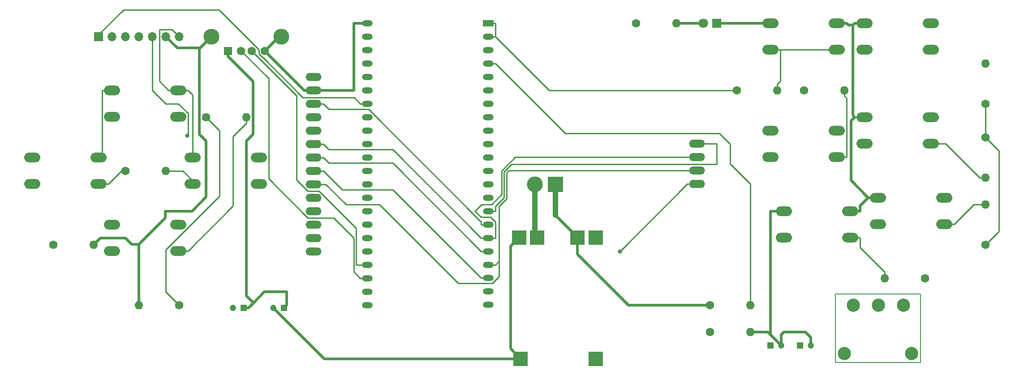
<source format=gbr>
%TF.GenerationSoftware,KiCad,Pcbnew,7.0.5-0*%
%TF.CreationDate,2023-06-25T23:04:33+03:00*%
%TF.ProjectId,esp32_game,65737033-325f-4676-916d-652e6b696361,rev?*%
%TF.SameCoordinates,Original*%
%TF.FileFunction,Copper,L2,Bot*%
%TF.FilePolarity,Positive*%
%FSLAX46Y46*%
G04 Gerber Fmt 4.6, Leading zero omitted, Abs format (unit mm)*
G04 Created by KiCad (PCBNEW 7.0.5-0) date 2023-06-25 23:04:33*
%MOMM*%
%LPD*%
G01*
G04 APERTURE LIST*
%TA.AperFunction,EtchedComponent*%
%ADD10C,0.200000*%
%TD*%
%TA.AperFunction,ComponentPad*%
%ADD11O,3.048000X1.850000*%
%TD*%
%TA.AperFunction,ComponentPad*%
%ADD12O,3.000000X1.500000*%
%TD*%
%TA.AperFunction,ComponentPad*%
%ADD13C,2.500000*%
%TD*%
%TA.AperFunction,ComponentPad*%
%ADD14C,1.600000*%
%TD*%
%TA.AperFunction,ComponentPad*%
%ADD15O,1.600000X1.600000*%
%TD*%
%TA.AperFunction,ComponentPad*%
%ADD16R,1.200000X1.200000*%
%TD*%
%TA.AperFunction,ComponentPad*%
%ADD17C,1.200000*%
%TD*%
%TA.AperFunction,ComponentPad*%
%ADD18C,1.800000*%
%TD*%
%TA.AperFunction,ComponentPad*%
%ADD19R,1.800000X1.800000*%
%TD*%
%TA.AperFunction,ComponentPad*%
%ADD20R,1.700000X1.700000*%
%TD*%
%TA.AperFunction,ComponentPad*%
%ADD21O,1.700000X1.700000*%
%TD*%
%TA.AperFunction,ComponentPad*%
%ADD22C,3.000000*%
%TD*%
%TA.AperFunction,ComponentPad*%
%ADD23R,1.600000X1.500000*%
%TD*%
%TA.AperFunction,ComponentPad*%
%ADD24R,2.800000X2.800000*%
%TD*%
%TA.AperFunction,ComponentPad*%
%ADD25R,3.000000X3.000000*%
%TD*%
%TA.AperFunction,ComponentPad*%
%ADD26R,2.000000X1.200000*%
%TD*%
%TA.AperFunction,ComponentPad*%
%ADD27O,2.000000X1.200000*%
%TD*%
%TA.AperFunction,ViaPad*%
%ADD28C,0.800000*%
%TD*%
%TA.AperFunction,Conductor*%
%ADD29C,1.000000*%
%TD*%
%TA.AperFunction,Conductor*%
%ADD30C,0.500000*%
%TD*%
%TA.AperFunction,Conductor*%
%ADD31C,0.250000*%
%TD*%
G04 APERTURE END LIST*
D10*
%TO.C,SW11*%
X197730000Y-81720000D02*
X213750000Y-81720000D01*
X213750000Y-81720000D02*
X213750000Y-94700000D01*
X213750000Y-94700000D02*
X197730000Y-94700000D01*
X197730000Y-94700000D02*
X197730000Y-81720000D01*
%TD*%
D11*
%TO.P,SW6,1,C*%
%TO.N,GND*%
X185420000Y-30480000D03*
X197920000Y-30480000D03*
%TO.P,SW6,2,D*%
%TO.N,/VOL*%
X185420000Y-35480000D03*
X197920000Y-35480000D03*
%TD*%
D12*
%TO.P,U2,1,VCC*%
%TO.N,/+3.3V*%
X99060000Y-40640000D03*
%TO.P,U2,2,GND*%
%TO.N,GND*%
X99060000Y-43180000D03*
%TO.P,U2,3,CS*%
%TO.N,/TFT_CS*%
X99060000Y-45720000D03*
%TO.P,U2,4,RST*%
%TO.N,unconnected-(U2-RST-Pad4)*%
X99060000Y-48260000D03*
%TO.P,U2,5,DC*%
%TO.N,/TFT_DC*%
X99060000Y-50800000D03*
%TO.P,U2,6,MOSI*%
%TO.N,/MOSI*%
X99060000Y-53340000D03*
%TO.P,U2,7,SCK*%
%TO.N,/SCK*%
X99060000Y-55880000D03*
%TO.P,U2,8,LED*%
%TO.N,/TFT_LED*%
X99060000Y-58420000D03*
%TO.P,U2,9,MISO*%
%TO.N,/MISO*%
X99060000Y-60960000D03*
%TO.P,U2,10*%
%TO.N,unconnected-(U2-Pad10)*%
X99060000Y-63500000D03*
%TO.P,U2,11*%
%TO.N,unconnected-(U2-Pad11)*%
X99060000Y-66040000D03*
%TO.P,U2,12*%
%TO.N,unconnected-(U2-Pad12)*%
X99060000Y-68580000D03*
%TO.P,U2,13*%
%TO.N,unconnected-(U2-Pad13)*%
X99060000Y-71120000D03*
%TO.P,U2,14*%
%TO.N,unconnected-(U2-Pad14)*%
X99060000Y-73660000D03*
%TO.P,U2,15,SD_CS*%
%TO.N,/SD_CS*%
X171510000Y-53315000D03*
%TO.P,U2,16,SD_MOSI*%
%TO.N,/MOSI*%
X171510000Y-55855000D03*
%TO.P,U2,17,SD_MISO*%
%TO.N,/MISO*%
X171510000Y-58395000D03*
%TO.P,U2,18,SD_SCK*%
%TO.N,/SCK*%
X171510000Y-60935000D03*
%TD*%
D13*
%TO.P,SW11,*%
%TO.N,*%
X199370000Y-93030000D03*
X212110000Y-93000000D03*
%TO.P,SW11,1,A*%
%TO.N,unconnected-(SW11-A-Pad1)*%
X201060000Y-83820000D03*
%TO.P,SW11,2,B*%
%TO.N,Net-(SW11-B)*%
X205840000Y-83820000D03*
%TO.P,SW11,3,C*%
%TO.N,/ESP_VCC*%
X210570000Y-83820000D03*
%TD*%
D14*
%TO.P,R8,1*%
%TO.N,/ACT_LED*%
X160020000Y-30480000D03*
D15*
%TO.P,R8,2*%
%TO.N,Net-(D1-A)*%
X167640000Y-30480000D03*
%TD*%
D14*
%TO.P,R12,1*%
%TO.N,/+3.3V*%
X214630000Y-78740000D03*
D15*
%TO.P,R12,2*%
%TO.N,/BTN_B*%
X207010000Y-78740000D03*
%TD*%
D11*
%TO.P,SW1,1,C*%
%TO.N,/+3.3V*%
X60960000Y-43180000D03*
X73460000Y-43180000D03*
%TO.P,SW1,2,D*%
%TO.N,/GP_Y*%
X60960000Y-48180000D03*
X73460000Y-48180000D03*
%TD*%
%TO.P,SW9,1,C*%
%TO.N,GND*%
X187960000Y-66040000D03*
X200460000Y-66040000D03*
%TO.P,SW9,2,D*%
%TO.N,/BTN_B*%
X187960000Y-71040000D03*
X200460000Y-71040000D03*
%TD*%
D15*
%TO.P,R9,2*%
%TO.N,/BAT_CHARGE*%
X181610000Y-83820000D03*
D14*
%TO.P,R9,1*%
%TO.N,/VBAT*%
X173990000Y-83820000D03*
%TD*%
%TO.P,R4,1*%
%TO.N,/GP_Y*%
X73660000Y-83820000D03*
D15*
%TO.P,R4,2*%
%TO.N,GND*%
X66040000Y-83820000D03*
%TD*%
D14*
%TO.P,R3,1*%
%TO.N,/GP_X*%
X63500000Y-58420000D03*
D15*
%TO.P,R3,2*%
%TO.N,Net-(SW4A-D)*%
X71120000Y-58420000D03*
%TD*%
D11*
%TO.P,SW8,1,C*%
%TO.N,GND*%
X203200000Y-48260000D03*
X215700000Y-48260000D03*
%TO.P,SW8,2,D*%
%TO.N,/START*%
X203200000Y-53260000D03*
X215700000Y-53260000D03*
%TD*%
D14*
%TO.P,R7,1*%
%TO.N,/+3.3V*%
X191770000Y-43180000D03*
D15*
%TO.P,R7,2*%
%TO.N,/SEL*%
X199390000Y-43180000D03*
%TD*%
D11*
%TO.P,SW2,1,C*%
%TO.N,/+3.3V*%
X60960000Y-68580000D03*
X73460000Y-68580000D03*
%TO.P,SW2,2,D*%
%TO.N,Net-(SW2A-D)*%
X60960000Y-73580000D03*
X73460000Y-73580000D03*
%TD*%
D14*
%TO.P,R1,1*%
%TO.N,/+3.3V*%
X226060000Y-45720000D03*
D15*
%TO.P,R1,2*%
%TO.N,/MENU*%
X226060000Y-38100000D03*
%TD*%
D14*
%TO.P,R11,1*%
%TO.N,/+3.3V*%
X226060000Y-52070000D03*
D15*
%TO.P,R11,2*%
%TO.N,/START*%
X226060000Y-59690000D03*
%TD*%
D14*
%TO.P,R10,1*%
%TO.N,/BAT_CHARGE*%
X173990000Y-88900000D03*
D15*
%TO.P,R10,2*%
%TO.N,GND*%
X181610000Y-88900000D03*
%TD*%
D16*
%TO.P,C2,1*%
%TO.N,Net-(tp1-5V)*%
X191040000Y-91440000D03*
D17*
%TO.P,C2,2*%
%TO.N,GND*%
X193040000Y-91440000D03*
%TD*%
D14*
%TO.P,R6,1*%
%TO.N,/+3.3V*%
X179070000Y-43180000D03*
D15*
%TO.P,R6,2*%
%TO.N,/VOL*%
X186690000Y-43180000D03*
%TD*%
D11*
%TO.P,SW5,1,C*%
%TO.N,GND*%
X203200000Y-30480000D03*
X215700000Y-30480000D03*
%TO.P,SW5,2,D*%
%TO.N,/MENU*%
X203200000Y-35480000D03*
X215700000Y-35480000D03*
%TD*%
D14*
%TO.P,R2,1*%
%TO.N,/GP_Y*%
X78740000Y-48260000D03*
D15*
%TO.P,R2,2*%
%TO.N,Net-(SW2A-D)*%
X86360000Y-48260000D03*
%TD*%
D11*
%TO.P,SW4,1,C*%
%TO.N,/+3.3V*%
X76200000Y-55880000D03*
X88700000Y-55880000D03*
%TO.P,SW4,2,D*%
%TO.N,Net-(SW4A-D)*%
X76200000Y-60880000D03*
X88700000Y-60880000D03*
%TD*%
D14*
%TO.P,R5,1*%
%TO.N,/GP_X*%
X49851000Y-72440000D03*
D15*
%TO.P,R5,2*%
%TO.N,GND*%
X57471000Y-72440000D03*
%TD*%
D16*
%TO.P,C4,1*%
%TO.N,/ESP_VCC*%
X85820000Y-84360000D03*
D17*
%TO.P,C4,2*%
%TO.N,GND*%
X83820000Y-84360000D03*
%TD*%
D18*
%TO.P,D1,2,A*%
%TO.N,Net-(D1-A)*%
X172720000Y-30480000D03*
D19*
%TO.P,D1,1,K*%
%TO.N,GND*%
X175260000Y-30480000D03*
%TD*%
D16*
%TO.P,C1,1*%
%TO.N,/BAT_CHARGE*%
X185420000Y-91440000D03*
D17*
%TO.P,C1,2*%
%TO.N,GND*%
X187420000Y-91440000D03*
%TD*%
D14*
%TO.P,R13,1*%
%TO.N,/+3.3V*%
X226060000Y-72390000D03*
D15*
%TO.P,R13,2*%
%TO.N,/BTN_A*%
X226060000Y-64770000D03*
%TD*%
D11*
%TO.P,SW10,1,C*%
%TO.N,GND*%
X205740000Y-63500000D03*
X218240000Y-63500000D03*
%TO.P,SW10,2,D*%
%TO.N,/BTN_A*%
X205740000Y-68500000D03*
X218240000Y-68500000D03*
%TD*%
%TO.P,SW3,1,C*%
%TO.N,/+3.3V*%
X45920000Y-55880000D03*
X58420000Y-55880000D03*
%TO.P,SW3,2,D*%
%TO.N,/GP_X*%
X45920000Y-60880000D03*
X58420000Y-60880000D03*
%TD*%
D17*
%TO.P,C3,2*%
%TO.N,GND*%
X91440000Y-84360000D03*
D16*
%TO.P,C3,1*%
%TO.N,/ESP_VCC*%
X93440000Y-84360000D03*
%TD*%
D11*
%TO.P,SW7,1,C*%
%TO.N,GND*%
X185420000Y-50800000D03*
X197920000Y-50800000D03*
%TO.P,SW7,2,D*%
%TO.N,/SEL*%
X185420000Y-55800000D03*
X197920000Y-55800000D03*
%TD*%
D20*
%TO.P,J1,1,Pin_1*%
%TO.N,/I2S_LRC*%
X58420000Y-33020000D03*
D21*
%TO.P,J1,2,Pin_2*%
%TO.N,/I2S_BCLK*%
X60960000Y-33020000D03*
%TO.P,J1,3,Pin_3*%
%TO.N,/I2S_DIN*%
X63500000Y-33020000D03*
%TO.P,J1,4,Pin_4*%
%TO.N,unconnected-(J1-Pin_4-Pad4)*%
X66040000Y-33020000D03*
%TO.P,J1,5,Pin_5*%
%TO.N,/I2S_SD*%
X68580000Y-33020000D03*
%TO.P,J1,6,Pin_6*%
%TO.N,GND*%
X71120000Y-33020000D03*
%TO.P,J1,7,Pin_7*%
%TO.N,/+3.3V*%
X73660000Y-33020000D03*
%TD*%
D22*
%TO.P,J2,5,Shield*%
%TO.N,GND*%
X92930000Y-33020000D03*
X79790000Y-33020000D03*
D14*
%TO.P,J2,4,GND*%
X89860000Y-35730000D03*
%TO.P,J2,3,D+*%
%TO.N,/USB_D+*%
X87360000Y-35730000D03*
%TO.P,J2,2,D-*%
%TO.N,/USB_D-*%
X85360000Y-35730000D03*
D23*
%TO.P,J2,1,VBUS*%
%TO.N,/ESP_VCC*%
X82860000Y-35730000D03*
%TD*%
D24*
%TO.P,tp1,1,5V*%
%TO.N,Net-(tp1-5V)*%
X152400000Y-93980000D03*
%TO.P,tp1,2,GND*%
%TO.N,GND*%
X138200000Y-93980000D03*
%TO.P,tp1,3,Output+*%
%TO.N,Net-(SW11-B)*%
X152400000Y-71080000D03*
%TO.P,tp1,4,Output-*%
%TO.N,GND*%
X137900000Y-71080000D03*
%TO.P,tp1,5,B+*%
%TO.N,/VBAT*%
X148900000Y-71080000D03*
%TO.P,tp1,6,B-*%
%TO.N,Net-(J3-Pin_2)*%
X141300000Y-71080000D03*
%TD*%
D25*
%TO.P,J3,1,Pin_1*%
%TO.N,/VBAT*%
X144780000Y-60960000D03*
D22*
%TO.P,J3,2,Pin_2*%
%TO.N,Net-(J3-Pin_2)*%
X140900000Y-60960000D03*
%TD*%
D26*
%TO.P,U1,1,3V3*%
%TO.N,/+3.3V*%
X132080000Y-30480000D03*
D27*
%TO.P,U1,2,3V3*%
X132080000Y-33020000D03*
%TO.P,U1,3,CHIP_PU*%
%TO.N,unconnected-(U1-CHIP_PU-Pad3)*%
X132080000Y-35560000D03*
%TO.P,U1,4,GPIO4/ADC1_CH3*%
%TO.N,/BAT_CHARGE*%
X132080000Y-38100000D03*
%TO.P,U1,5,GPIO5/ADC1_CH4*%
%TO.N,/GP_Y*%
X132080000Y-40640000D03*
%TO.P,U1,6,GPIO6/ADC1_CH5*%
%TO.N,/GP_X*%
X132080000Y-43180000D03*
%TO.P,U1,7,GPIO7/ADC1_CH6*%
%TO.N,/TFT_DC*%
X132080000Y-45720000D03*
%TO.P,U1,8,GPIO15/ADC2_CH4/32K_P*%
%TO.N,/MENU*%
X132080000Y-48260000D03*
%TO.P,U1,9,GPIO16/ADC2_CH5/32K_N*%
%TO.N,/VOL*%
X132080000Y-50800000D03*
%TO.P,U1,10,GPIO17/ADC2_CH6*%
%TO.N,/SEL*%
X132080000Y-53340000D03*
%TO.P,U1,11,GPIO18/ADC2_CH7*%
%TO.N,unconnected-(U1-GPIO18{slash}ADC2_CH7-Pad11)*%
X132080000Y-55880000D03*
%TO.P,U1,12,GPIO8/ADC1_CH7*%
%TO.N,unconnected-(U1-GPIO8{slash}ADC1_CH7-Pad12)*%
X132080000Y-58420000D03*
%TO.P,U1,13,GPIO3/ADC1_CH2*%
%TO.N,unconnected-(U1-GPIO3{slash}ADC1_CH2-Pad13)*%
X132080000Y-60960000D03*
%TO.P,U1,14,GPIO46*%
%TO.N,unconnected-(U1-GPIO46-Pad14)*%
X132080000Y-63500000D03*
%TO.P,U1,15,GPIO9/ADC1_CH8*%
%TO.N,/SD_CS*%
X132080000Y-66040000D03*
%TO.P,U1,16,GPIO10/ADC1_CH9*%
%TO.N,/TFT_CS*%
X132080000Y-68580000D03*
%TO.P,U1,17,GPIO11/ADC2_CH0*%
%TO.N,/MOSI*%
X132080000Y-71120000D03*
%TO.P,U1,18,GPIO12/ADC2_CH1*%
%TO.N,/SCK*%
X132080000Y-73660000D03*
%TO.P,U1,19,GPIO13/ADC2_CH2*%
%TO.N,/MISO*%
X132080000Y-76200000D03*
%TO.P,U1,20,GPIO14/ADC2_CH3*%
%TO.N,/TFT_LED*%
X132083680Y-78737280D03*
%TO.P,U1,21,5V*%
%TO.N,/ESP_VCC*%
X132083680Y-81277280D03*
%TO.P,U1,22,GND*%
%TO.N,unconnected-(U1-GND-Pad22)*%
X132083680Y-83817280D03*
%TO.P,U1,23,GND*%
%TO.N,unconnected-(U1-GND-Pad23)*%
X109220000Y-83820000D03*
%TO.P,U1,24,GND*%
%TO.N,unconnected-(U1-GND-Pad24)*%
X109220000Y-81280000D03*
%TO.P,U1,25,GPIO19/USB_D-*%
%TO.N,/USB_D-*%
X109220000Y-78740000D03*
%TO.P,U1,26,GPIO20/USB_D+*%
%TO.N,/USB_D+*%
X109220000Y-76200000D03*
%TO.P,U1,27,GPIO21*%
%TO.N,/TFT_DC*%
X109220000Y-73660000D03*
%TO.P,U1,28,GPIO47*%
%TO.N,/I2S_DIN*%
X109220000Y-71120000D03*
%TO.P,U1,29,GPIO48*%
%TO.N,/I2S_SD*%
X109220000Y-68580000D03*
%TO.P,U1,30,GPIO45*%
%TO.N,unconnected-(U1-GPIO45-Pad30)*%
X109220000Y-66040000D03*
%TO.P,U1,31,GPIO0*%
%TO.N,unconnected-(U1-GPIO0-Pad31)*%
X109220000Y-63500000D03*
%TO.P,U1,32,GPIO35*%
%TO.N,/START*%
X109220000Y-60960000D03*
%TO.P,U1,33,GPIO36*%
%TO.N,/BTN_B*%
X109220000Y-58420000D03*
%TO.P,U1,34,GPIO37*%
%TO.N,/BTN_A*%
X109220000Y-55880000D03*
%TO.P,U1,35,GPIO38*%
%TO.N,unconnected-(U1-GPIO38-Pad35)*%
X109220000Y-53340000D03*
%TO.P,U1,36,GPIO39/MTCK*%
%TO.N,unconnected-(U1-GPIO39{slash}MTCK-Pad36)*%
X109220000Y-50800000D03*
%TO.P,U1,37,GPIO40/MTDO*%
%TO.N,unconnected-(U1-GPIO40{slash}MTDO-Pad37)*%
X109220000Y-48260000D03*
%TO.P,U1,38,GPIO41/MTDI*%
%TO.N,/I2S_LRC*%
X109220000Y-45720000D03*
%TO.P,U1,39,GPIO42/MTMS*%
%TO.N,/I2S_BCLK*%
X109220000Y-43180000D03*
%TO.P,U1,40,GPIO2/ADC1_CH1*%
%TO.N,/ACT_LED*%
X109220000Y-40640000D03*
%TO.P,U1,41,GPIO1/ADC1_CH0*%
%TO.N,unconnected-(U1-GPIO1{slash}ADC1_CH0-Pad41)*%
X109220000Y-38100000D03*
%TO.P,U1,42,GPIO44/U0RXD*%
%TO.N,unconnected-(U1-GPIO44{slash}U0RXD-Pad42)*%
X109220000Y-35560000D03*
%TO.P,U1,43,GPIO43/U0TXD*%
%TO.N,unconnected-(U1-GPIO43{slash}U0TXD-Pad43)*%
X109220000Y-33020000D03*
%TO.P,U1,44,GND*%
%TO.N,GND*%
X109220000Y-30480000D03*
%TD*%
D28*
%TO.N,/SCK*%
X156958100Y-73660000D03*
%TO.N,/I2S_SD*%
X75158600Y-51805800D03*
%TD*%
D29*
%TO.N,Net-(J3-Pin_2)*%
X140900000Y-60960000D02*
X140900000Y-70680000D01*
D30*
X140900000Y-70680000D02*
X141300000Y-71080000D01*
%TO.N,/ESP_VCC*%
X86360000Y-82119300D02*
X87673800Y-83433100D01*
X86360000Y-52755400D02*
X86360000Y-82119300D01*
X87610000Y-51505400D02*
X86360000Y-52755400D01*
X87610000Y-41556900D02*
X87610000Y-51505400D01*
X82860000Y-36806900D02*
X87610000Y-41556900D01*
X82860000Y-35730000D02*
X82860000Y-36806900D01*
%TO.N,GND*%
X138200000Y-93980000D02*
X101060000Y-93980000D01*
X101060000Y-93980000D02*
X91440000Y-84360000D01*
D31*
%TO.N,/GP_Y*%
X78740000Y-48260000D02*
X81280000Y-50800000D01*
D30*
%TO.N,GND*%
X97233100Y-43103100D02*
X89860000Y-35730000D01*
X92930000Y-33020000D02*
X92570000Y-33020000D01*
X92570000Y-33020000D02*
X89860000Y-35730000D01*
%TO.N,/VBAT*%
X148900000Y-71080000D02*
X148900000Y-74171000D01*
X148900000Y-74171000D02*
X158549000Y-83820000D01*
X158549000Y-83820000D02*
X173990000Y-83820000D01*
D29*
X144780000Y-60960000D02*
X144780000Y-66833100D01*
D30*
X148900000Y-70953100D02*
X148900000Y-71080000D01*
X144780000Y-66833100D02*
X148900000Y-70953100D01*
%TO.N,GND*%
X137900000Y-71080000D02*
X136300000Y-72680000D01*
X136300000Y-72680000D02*
X136300000Y-85308200D01*
%TO.N,/ESP_VCC*%
X93440000Y-84360000D02*
X93980000Y-83820000D01*
X93980000Y-83820000D02*
X93980000Y-81346550D01*
X93980000Y-81346550D02*
X89760350Y-81346550D01*
X89760350Y-81346550D02*
X87673800Y-83433100D01*
%TO.N,GND*%
X138200000Y-93980000D02*
X136300000Y-92080000D01*
X136300000Y-92080000D02*
X136300000Y-85308200D01*
D31*
%TO.N,/I2S_LRC*%
X109220000Y-45720000D02*
X107893100Y-45720000D01*
X107893100Y-45720000D02*
X106719600Y-44546500D01*
X88735000Y-35483300D02*
X81191700Y-27940000D01*
X106719600Y-44546500D02*
X97044500Y-44546500D01*
X88735000Y-36305991D02*
X88735000Y-35483300D01*
X81191700Y-27940000D02*
X63132200Y-27940000D01*
X89463000Y-36965000D02*
X89394009Y-36965000D01*
X89394009Y-36965000D02*
X88735000Y-36305991D01*
X97044500Y-44546500D02*
X89463000Y-36965000D01*
X63132200Y-27940000D02*
X58420000Y-32652200D01*
X58420000Y-32652200D02*
X58420000Y-33020000D01*
%TO.N,/MISO*%
X134086900Y-78450600D02*
X132840300Y-79697200D01*
X111527100Y-64836300D02*
X105238300Y-64836300D01*
X132840300Y-79697200D02*
X126388000Y-79697200D01*
X126388000Y-79697200D02*
X111527100Y-64836300D01*
X134086900Y-75520000D02*
X134086900Y-78450600D01*
X105238300Y-64836300D02*
X101362000Y-60960000D01*
X101362000Y-60960000D02*
X99060000Y-60960000D01*
%TO.N,/USB_D+*%
X109220000Y-76200000D02*
X107130000Y-76200000D01*
X100072300Y-62230000D02*
X97911350Y-62230000D01*
X97911350Y-62230000D02*
X95868200Y-60186850D01*
X107130000Y-76200000D02*
X107130000Y-69287700D01*
X107130000Y-69287700D02*
X100072300Y-62230000D01*
X95868200Y-44238200D02*
X87360000Y-35730000D01*
X95868200Y-60186850D02*
X95868200Y-44238200D01*
D30*
%TO.N,GND*%
X78740000Y-63400600D02*
X76100600Y-66040000D01*
X77490000Y-35320000D02*
X77490000Y-51509900D01*
X77490000Y-51509900D02*
X78740000Y-52759900D01*
X77613100Y-35196900D02*
X77490000Y-35320000D01*
X78740000Y-52759900D02*
X78740000Y-63400600D01*
X76100600Y-66040000D02*
X71033300Y-66040000D01*
X71033300Y-66040000D02*
X71033300Y-67330000D01*
X71033300Y-67330000D02*
X66040000Y-72323300D01*
D31*
%TO.N,/MOSI*%
X132080000Y-71120000D02*
X133406900Y-71120000D01*
X133406900Y-68120400D02*
X132489200Y-67202700D01*
X132489200Y-67202700D02*
X130702700Y-67202700D01*
X133406900Y-71120000D02*
X133406900Y-68120400D01*
X130810000Y-64770000D02*
X132710900Y-64770000D01*
X132710900Y-64770000D02*
X134620000Y-62860900D01*
X130702700Y-67202700D02*
X129540000Y-66040000D01*
X129540000Y-66040000D02*
X130810000Y-64770000D01*
X134620000Y-62860900D02*
X134620000Y-58420000D01*
X134620000Y-58420000D02*
X137185000Y-55855000D01*
X137185000Y-55855000D02*
X171510000Y-55855000D01*
%TO.N,/USB_D-*%
X109220000Y-78740000D02*
X107893100Y-78740000D01*
X107893100Y-78740000D02*
X106680000Y-77526900D01*
X106680000Y-77526900D02*
X106680000Y-71120000D01*
X102870000Y-67310000D02*
X97919400Y-67310000D01*
X106680000Y-71120000D02*
X102870000Y-67310000D01*
X97919400Y-67310000D02*
X90550900Y-59941500D01*
X90550900Y-59941500D02*
X90550900Y-40920900D01*
X90550900Y-40920900D02*
X85360000Y-35730000D01*
%TO.N,/GP_Y*%
X81280000Y-50800000D02*
X81280000Y-63173000D01*
X81280000Y-63173000D02*
X71120000Y-73333000D01*
X71120000Y-73333000D02*
X71120000Y-81280000D01*
X71120000Y-81280000D02*
X73660000Y-83820000D01*
%TO.N,/+3.3V*%
X76200000Y-55880000D02*
X76200000Y-44069100D01*
X76200000Y-44069100D02*
X75310900Y-43180000D01*
X75310900Y-43180000D02*
X73460000Y-43180000D01*
%TO.N,GND*%
X187420000Y-91440000D02*
X185420000Y-89440000D01*
D30*
X185420000Y-89440000D02*
X185420000Y-66040000D01*
X185420000Y-66040000D02*
X187960000Y-66040000D01*
X185420000Y-30480000D02*
X175260000Y-30480000D01*
D31*
%TO.N,/+3.3V*%
X73460000Y-43180000D02*
X71609100Y-43180000D01*
X71609100Y-43180000D02*
X69910700Y-41481600D01*
X69910700Y-41481600D02*
X69910700Y-31689300D01*
X72329300Y-31689300D02*
X73660000Y-33020000D01*
X69910700Y-31689300D02*
X72329300Y-31689300D01*
D30*
%TO.N,Net-(D1-A)*%
X172720000Y-30480000D02*
X167640000Y-30480000D01*
%TO.N,GND*%
X203890600Y-63500000D02*
X200660000Y-60269400D01*
X200660000Y-48950600D02*
X201350600Y-48260000D01*
X200660000Y-60269400D02*
X200660000Y-48950600D01*
D31*
%TO.N,/+3.3V*%
X226060000Y-52070000D02*
X228600000Y-54610000D01*
X228600000Y-54610000D02*
X228600000Y-69850000D01*
X228600000Y-69850000D02*
X226060000Y-72390000D01*
D30*
%TO.N,GND*%
X187420000Y-91440000D02*
X187420000Y-89440000D01*
X187420000Y-89440000D02*
X187960000Y-88900000D01*
X191990000Y-88900000D02*
X193040000Y-89950000D01*
X193040000Y-89950000D02*
X193040000Y-91440000D01*
X187960000Y-88900000D02*
X191990000Y-88900000D01*
X184880000Y-88900000D02*
X181610000Y-88900000D01*
X187420000Y-91440000D02*
X184880000Y-88900000D01*
X66040000Y-72323300D02*
X64703300Y-72323300D01*
X64703300Y-72323300D02*
X63500000Y-71120000D01*
X63500000Y-71120000D02*
X58791000Y-71120000D01*
X58791000Y-71120000D02*
X57471000Y-72440000D01*
X66040000Y-83820000D02*
X66040000Y-82693100D01*
X66040000Y-72323300D02*
X66040000Y-82693100D01*
D31*
%TO.N,Net-(SW4A-D)*%
X76200000Y-60880000D02*
X76200000Y-60270900D01*
X76200000Y-60270900D02*
X74349100Y-58420000D01*
X74349100Y-58420000D02*
X71120000Y-58420000D01*
%TO.N,/MISO*%
X171510000Y-58395000D02*
X135917792Y-58395000D01*
X135917792Y-58395000D02*
X135520000Y-58792792D01*
X135520000Y-58792792D02*
X135520000Y-63733400D01*
X134086900Y-65166500D02*
X134086900Y-75520000D01*
X134086900Y-75520000D02*
X133406900Y-76200000D01*
X135520000Y-63733400D02*
X134086900Y-65166500D01*
%TO.N,/SD_CS*%
X171510000Y-53315000D02*
X175235000Y-53315000D01*
X135070000Y-58606396D02*
X135070000Y-63519200D01*
X175235000Y-53315000D02*
X175260000Y-53340000D01*
X136487896Y-57188500D02*
X135070000Y-58606396D01*
X175260000Y-53340000D02*
X175260000Y-57188500D01*
X133406900Y-65182300D02*
X133406900Y-66040000D01*
X175260000Y-57188500D02*
X136487896Y-57188500D01*
X135070000Y-63519200D02*
X133406900Y-65182300D01*
X133406900Y-66040000D02*
X132080000Y-66040000D01*
%TO.N,/BAT_CHARGE*%
X146628300Y-51321400D02*
X175781400Y-51321400D01*
X175781400Y-51321400D02*
X177800000Y-53340000D01*
X133406900Y-38100000D02*
X146628300Y-51321400D01*
X132080000Y-38100000D02*
X133406900Y-38100000D01*
X177800000Y-53340000D02*
X177800000Y-57131200D01*
X177800000Y-57131200D02*
X181610000Y-60941200D01*
X181610000Y-60941200D02*
X181610000Y-83820000D01*
%TO.N,/I2S_SD*%
X68580000Y-33020000D02*
X68580000Y-43180000D01*
X73510000Y-45720000D02*
X75318400Y-47528400D01*
X68580000Y-43180000D02*
X71120000Y-45720000D01*
X71120000Y-45720000D02*
X73510000Y-45720000D01*
X75318400Y-47528400D02*
X75318400Y-51646000D01*
X75318400Y-51646000D02*
X75158600Y-51805800D01*
%TO.N,/+3.3V*%
X58420000Y-55880000D02*
X59109100Y-55190900D01*
X59109100Y-55190900D02*
X59109100Y-43180000D01*
X59109100Y-43180000D02*
X60960000Y-43180000D01*
%TO.N,Net-(SW2A-D)*%
X86360000Y-48260000D02*
X86360000Y-49386900D01*
X83820000Y-51926900D02*
X83820000Y-65070900D01*
X86360000Y-49386900D02*
X83820000Y-51926900D01*
X83820000Y-65070900D02*
X75310900Y-73580000D01*
X75310900Y-73580000D02*
X73460000Y-73580000D01*
D30*
%TO.N,GND*%
X107893100Y-30480000D02*
X106680000Y-30480000D01*
X106680000Y-30480000D02*
X106680000Y-43180000D01*
X106680000Y-43180000D02*
X99060000Y-43180000D01*
D31*
%TO.N,/+3.3V*%
X226060000Y-45720000D02*
X226060000Y-52070000D01*
X133406900Y-33020000D02*
X133406900Y-30480000D01*
X132080000Y-30480000D02*
X133406900Y-30480000D01*
X132080000Y-33020000D02*
X133293500Y-33020000D01*
X133293500Y-33020000D02*
X133405400Y-33020000D01*
X133405400Y-33020000D02*
X133406900Y-33020000D01*
X143565400Y-43180000D02*
X133405400Y-33020000D01*
X179070000Y-43180000D02*
X143565400Y-43180000D01*
D30*
%TO.N,GND*%
X197920000Y-30480000D02*
X199770900Y-30480000D01*
X203200000Y-30480000D02*
X201349100Y-30480000D01*
X73296900Y-35196900D02*
X71120000Y-33020000D01*
X77613100Y-35196900D02*
X73296900Y-35196900D01*
X79790000Y-33020000D02*
X77613100Y-35196900D01*
X99060000Y-43180000D02*
X97233100Y-43180000D01*
X109220000Y-30480000D02*
X107893100Y-30480000D01*
X200954500Y-47865400D02*
X201349100Y-48260000D01*
X200954500Y-30874600D02*
X200954500Y-47865400D01*
X200954500Y-30874600D02*
X201349100Y-30480000D01*
X200165500Y-30874600D02*
X200954500Y-30874600D01*
X199770900Y-30480000D02*
X200165500Y-30874600D01*
X205740000Y-63500000D02*
X204002500Y-63500000D01*
D31*
X203200000Y-48260000D02*
X201350600Y-48260000D01*
X201350600Y-48260000D02*
X201349100Y-48260000D01*
X97233100Y-43180000D02*
X97233100Y-43103100D01*
D30*
X200460000Y-66040000D02*
X202310900Y-66040000D01*
X202310900Y-65079700D02*
X203890600Y-63500000D01*
X202310900Y-66040000D02*
X202310900Y-65079700D01*
D31*
X204002500Y-63500000D02*
X203890600Y-63500000D01*
%TO.N,/TFT_LED*%
X132083700Y-78737300D02*
X130756800Y-78737300D01*
X99060000Y-58420000D02*
X100886900Y-58420000D01*
X114042200Y-62022700D02*
X130756800Y-78737300D01*
X104489600Y-62022700D02*
X114042200Y-62022700D01*
X100886900Y-58420000D02*
X104489600Y-62022700D01*
%TO.N,/MISO*%
X132080000Y-76200000D02*
X133406900Y-76200000D01*
%TO.N,/SCK*%
X101963800Y-56956900D02*
X100886900Y-55880000D01*
X114050000Y-56956900D02*
X101963800Y-56956900D01*
X130753100Y-73660000D02*
X114050000Y-56956900D01*
X132080000Y-73660000D02*
X130753100Y-73660000D01*
X99060000Y-55880000D02*
X100886900Y-55880000D01*
X171510000Y-60935000D02*
X169683100Y-60935000D01*
X169683100Y-60935000D02*
X156958100Y-73660000D01*
%TO.N,/MOSI*%
X132080000Y-71120000D02*
X130753100Y-71120000D01*
X99060000Y-53340000D02*
X100886900Y-53340000D01*
X101965300Y-54418400D02*
X100886900Y-53340000D01*
X114051500Y-54418400D02*
X101965300Y-54418400D01*
X130753100Y-71120000D02*
X114051500Y-54418400D01*
%TO.N,/TFT_CS*%
X101963800Y-46796900D02*
X100886900Y-45720000D01*
X109477900Y-46796900D02*
X101963800Y-46796900D01*
X130753100Y-68072100D02*
X109477900Y-46796900D01*
X130753100Y-68580000D02*
X130753100Y-68072100D01*
X132080000Y-68580000D02*
X130753100Y-68580000D01*
X99060000Y-45720000D02*
X100886900Y-45720000D01*
%TO.N,/BTN_A*%
X223820900Y-64770000D02*
X226060000Y-64770000D01*
X220090900Y-68500000D02*
X223820900Y-64770000D01*
X218240000Y-68500000D02*
X220090900Y-68500000D01*
%TO.N,/BTN_B*%
X202310900Y-72914000D02*
X207010000Y-77613100D01*
X202310900Y-71040000D02*
X202310900Y-72914000D01*
X200460000Y-71040000D02*
X202310900Y-71040000D01*
X207010000Y-78740000D02*
X207010000Y-77613100D01*
%TO.N,/START*%
X218503100Y-53260000D02*
X224933100Y-59690000D01*
X215700000Y-53260000D02*
X218503100Y-53260000D01*
X226060000Y-59690000D02*
X224933100Y-59690000D01*
%TO.N,/SEL*%
X199770900Y-44687800D02*
X199390000Y-44306900D01*
X199770900Y-55800000D02*
X199770900Y-44687800D01*
X197920000Y-55800000D02*
X199770900Y-55800000D01*
X199390000Y-43180000D02*
X199390000Y-44306900D01*
%TO.N,/VOL*%
X187270900Y-41472200D02*
X187270900Y-35480000D01*
X186690000Y-42053100D02*
X187270900Y-41472200D01*
X185420000Y-35480000D02*
X187270900Y-35480000D01*
X186690000Y-43180000D02*
X186690000Y-42053100D01*
X197920000Y-35480000D02*
X187270900Y-35480000D01*
%TO.N,/GP_X*%
X62730900Y-58420000D02*
X63500000Y-58420000D01*
X60270900Y-60880000D02*
X62730900Y-58420000D01*
X58420000Y-60880000D02*
X60270900Y-60880000D01*
D30*
%TO.N,/ESP_VCC*%
X85820000Y-84360000D02*
X86746900Y-84360000D01*
X87673800Y-83433100D02*
X86746900Y-84360000D01*
%TD*%
M02*

</source>
